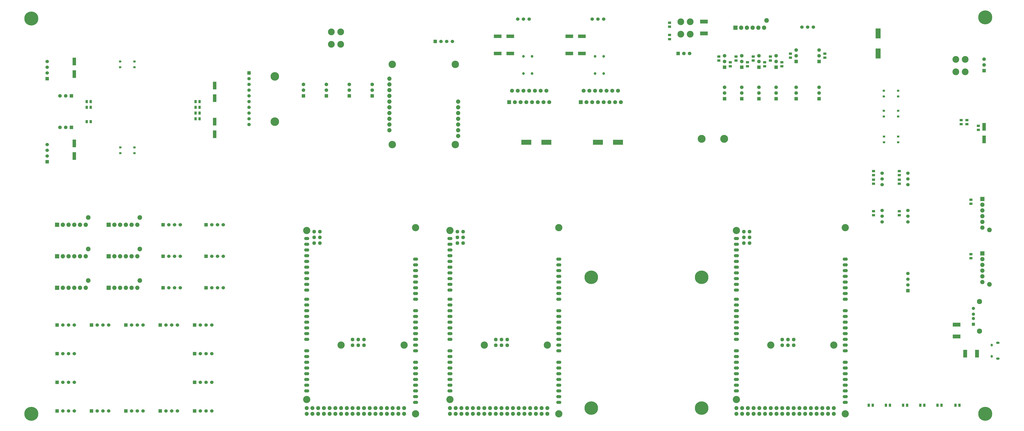
<source format=gbr>
%TF.GenerationSoftware,Altium Limited,Altium Designer,21.6.4 (81)*%
G04 Layer_Color=255*
%FSLAX26Y26*%
%MOIN*%
%TF.SameCoordinates,892991E7-994B-4F78-B437-02A20B6E2807*%
%TF.FilePolarity,Positive*%
%TF.FileFunction,Pads,Bot*%
%TF.Part,Single*%
G01*
G75*
%TA.AperFunction,SMDPad,CuDef*%
G04:AMPARAMS|DCode=22|XSize=55mil|YSize=43mil|CornerRadius=7.955mil|HoleSize=0mil|Usage=FLASHONLY|Rotation=90.000|XOffset=0mil|YOffset=0mil|HoleType=Round|Shape=RoundedRectangle|*
%AMROUNDEDRECTD22*
21,1,0.055000,0.027090,0,0,90.0*
21,1,0.039090,0.043000,0,0,90.0*
1,1,0.015910,0.013545,0.019545*
1,1,0.015910,0.013545,-0.019545*
1,1,0.015910,-0.013545,-0.019545*
1,1,0.015910,-0.013545,0.019545*
%
%ADD22ROUNDEDRECTD22*%
G04:AMPARAMS|DCode=27|XSize=55mil|YSize=43mil|CornerRadius=7.955mil|HoleSize=0mil|Usage=FLASHONLY|Rotation=180.000|XOffset=0mil|YOffset=0mil|HoleType=Round|Shape=RoundedRectangle|*
%AMROUNDEDRECTD27*
21,1,0.055000,0.027090,0,0,180.0*
21,1,0.039090,0.043000,0,0,180.0*
1,1,0.015910,-0.019545,0.013545*
1,1,0.015910,0.019545,0.013545*
1,1,0.015910,0.019545,-0.013545*
1,1,0.015910,-0.019545,-0.013545*
%
%ADD27ROUNDEDRECTD27*%
%ADD35R,0.043307X0.035433*%
%TA.AperFunction,ComponentPad*%
%ADD36C,0.060000*%
%ADD37R,0.060000X0.060000*%
%ADD38C,0.081102*%
%ADD39C,0.075000*%
%ADD40R,0.075000X0.075000*%
%ADD41C,0.236220*%
%ADD42C,0.047244*%
%ADD43C,0.090551*%
%ADD44C,0.056221*%
%ADD45R,0.056221X0.056221*%
%ADD46C,0.070000*%
%ADD47R,0.070000X0.070000*%
%ADD48C,0.244095*%
%ADD49C,0.118110*%
%ADD50R,0.062992X0.062992*%
%ADD51C,0.062992*%
%ADD52R,0.059055X0.059055*%
%ADD53C,0.059055*%
%ADD54C,0.074000*%
%ADD55C,0.130000*%
G04:AMPARAMS|DCode=56|XSize=37.402mil|YSize=61.024mil|CornerRadius=18.701mil|HoleSize=0mil|Usage=FLASHONLY|Rotation=270.000|XOffset=0mil|YOffset=0mil|HoleType=Round|Shape=RoundedRectangle|*
%AMROUNDEDRECTD56*
21,1,0.037402,0.023622,0,0,270.0*
21,1,0.000000,0.061024,0,0,270.0*
1,1,0.037402,-0.011811,0.000000*
1,1,0.037402,-0.011811,0.000000*
1,1,0.037402,0.011811,0.000000*
1,1,0.037402,0.011811,0.000000*
%
%ADD56ROUNDEDRECTD56*%
G04:AMPARAMS|DCode=57|XSize=49.213mil|YSize=37.402mil|CornerRadius=18.701mil|HoleSize=0mil|Usage=FLASHONLY|Rotation=270.000|XOffset=0mil|YOffset=0mil|HoleType=Round|Shape=RoundedRectangle|*
%AMROUNDEDRECTD57*
21,1,0.049213,0.000000,0,0,270.0*
21,1,0.011811,0.037402,0,0,270.0*
1,1,0.037402,0.000000,-0.005906*
1,1,0.037402,0.000000,0.005906*
1,1,0.037402,0.000000,0.005906*
1,1,0.037402,0.000000,-0.005906*
%
%ADD57ROUNDEDRECTD57*%
%ADD58O,0.089600X0.056000*%
%ADD59C,0.125980*%
G04:AMPARAMS|DCode=60|XSize=66mil|YSize=66mil|CornerRadius=0mil|HoleSize=0mil|Usage=FLASHONLY|Rotation=0.000|XOffset=0mil|YOffset=0mil|HoleType=Round|Shape=Octagon|*
%AMOCTAGOND60*
4,1,8,0.033000,-0.016500,0.033000,0.016500,0.016500,0.033000,-0.016500,0.033000,-0.033000,0.016500,-0.033000,-0.016500,-0.016500,-0.033000,0.016500,-0.033000,0.033000,-0.016500,0.0*
%
%ADD60OCTAGOND60*%

G04:AMPARAMS|DCode=61|XSize=61.02mil|YSize=61.02mil|CornerRadius=0mil|HoleSize=0mil|Usage=FLASHONLY|Rotation=90.000|XOffset=0mil|YOffset=0mil|HoleType=Round|Shape=Octagon|*
%AMOCTAGOND61*
4,1,8,0.015255,0.030510,-0.015255,0.030510,-0.030510,0.015255,-0.030510,-0.015255,-0.015255,-0.030510,0.015255,-0.030510,0.030510,-0.015255,0.030510,0.015255,0.015255,0.030510,0.0*
%
%ADD61OCTAGOND61*%

G04:AMPARAMS|DCode=62|XSize=61.02mil|YSize=61.02mil|CornerRadius=0mil|HoleSize=0mil|Usage=FLASHONLY|Rotation=0.000|XOffset=0mil|YOffset=0mil|HoleType=Round|Shape=Octagon|*
%AMOCTAGOND62*
4,1,8,0.030510,-0.015255,0.030510,0.015255,0.015255,0.030510,-0.015255,0.030510,-0.030510,0.015255,-0.030510,-0.015255,-0.015255,-0.030510,0.015255,-0.030510,0.030510,-0.015255,0.0*
%
%ADD62OCTAGOND62*%

%TA.AperFunction,SMDPad,CuDef*%
%ADD63R,0.062992X0.137795*%
%ADD64R,0.086614X0.173228*%
%TA.AperFunction,ComponentPad*%
%ADD65C,0.137795*%
%TA.AperFunction,SMDPad,CuDef*%
%ADD66R,0.137795X0.070079*%
%ADD67R,0.137795X0.062992*%
%ADD68R,0.173228X0.086614*%
%TA.AperFunction,ComponentPad*%
%ADD69R,0.062992X0.062992*%
%ADD70R,0.060000X0.060000*%
%TA.AperFunction,SMDPad,CuDef*%
%ADD71R,0.070079X0.137795*%
%TA.AperFunction,ComponentPad*%
%ADD72R,0.075000X0.075000*%
%TA.AperFunction,WasherPad*%
%ADD73C,0.150000*%
D22*
X3164500Y5650000D02*
D03*
X3235500D02*
D03*
Y5750000D02*
D03*
X3164500D02*
D03*
X1264500Y5400000D02*
D03*
X1335500D02*
D03*
X3164500Y5550000D02*
D03*
X3235500D02*
D03*
Y5450000D02*
D03*
X3164500D02*
D03*
X1335500Y5650000D02*
D03*
X1264500D02*
D03*
Y5750000D02*
D03*
X1335500D02*
D03*
X14914500Y450000D02*
D03*
X14985500D02*
D03*
X15214500Y450011D02*
D03*
X15285500D02*
D03*
X15514500Y450000D02*
D03*
X15585500D02*
D03*
X15814500D02*
D03*
X15885500D02*
D03*
X16114500Y450003D02*
D03*
X16185499D02*
D03*
X16428213Y450000D02*
D03*
X16499212D02*
D03*
D27*
X12800000Y6435500D02*
D03*
Y6364500D02*
D03*
X16830000Y5254500D02*
D03*
Y5325500D02*
D03*
X16530001Y5354500D02*
D03*
Y5425500D02*
D03*
X16629999D02*
D03*
Y5354500D02*
D03*
X16699995Y3014506D02*
D03*
Y3085506D02*
D03*
X16700001Y3964500D02*
D03*
Y4035500D02*
D03*
X15450000Y3764500D02*
D03*
Y3835500D02*
D03*
X15000000Y3764500D02*
D03*
Y3835500D02*
D03*
X11440000Y7125500D02*
D03*
Y7054500D02*
D03*
Y6911000D02*
D03*
Y6840000D02*
D03*
X15000000Y4314500D02*
D03*
Y4385500D02*
D03*
Y4464500D02*
D03*
Y4535500D02*
D03*
X15450000Y4314500D02*
D03*
Y4385500D02*
D03*
Y4464500D02*
D03*
Y4535500D02*
D03*
X13550394Y6585500D02*
D03*
Y6514500D02*
D03*
X14150000D02*
D03*
Y6585500D02*
D03*
X12300000Y6464500D02*
D03*
Y6535500D02*
D03*
X12900000Y6464500D02*
D03*
Y6535500D02*
D03*
X12500000Y6435500D02*
D03*
Y6364500D02*
D03*
X13100000Y6435500D02*
D03*
Y6364500D02*
D03*
X13200000Y6464500D02*
D03*
Y6535500D02*
D03*
X12600000Y6464500D02*
D03*
Y6535500D02*
D03*
X13400000Y6435500D02*
D03*
Y6364500D02*
D03*
D35*
X2098032Y6350000D02*
D03*
Y6450000D02*
D03*
X1850000Y6350000D02*
D03*
Y6450000D02*
D03*
X15430000Y5040000D02*
D03*
Y5140000D02*
D03*
X15181969Y5040000D02*
D03*
Y5140000D02*
D03*
X15428031Y5490000D02*
D03*
Y5590000D02*
D03*
X15180000Y5490000D02*
D03*
Y5590000D02*
D03*
X15428031Y5840000D02*
D03*
Y5940000D02*
D03*
X15180000Y5840000D02*
D03*
Y5940000D02*
D03*
X1851968Y4950000D02*
D03*
Y4850000D02*
D03*
X2100000Y4950000D02*
D03*
Y4850000D02*
D03*
D36*
X3650000Y2500000D02*
D03*
X3550000D02*
D03*
X3450000D02*
D03*
X13750000Y7050000D02*
D03*
X13850000D02*
D03*
X13950000D02*
D03*
X575000Y4800000D02*
D03*
Y4900000D02*
D03*
Y5000000D02*
D03*
Y6450000D02*
D03*
Y6350000D02*
D03*
Y6250000D02*
D03*
X3450000Y1850000D02*
D03*
X3350000D02*
D03*
X3250000D02*
D03*
X850000D02*
D03*
X950000D02*
D03*
X1050000D02*
D03*
X1450000D02*
D03*
X1550000D02*
D03*
X1650000D02*
D03*
X2050000D02*
D03*
X2150000D02*
D03*
X2250000D02*
D03*
X2650000D02*
D03*
X2750000D02*
D03*
X2850000D02*
D03*
X3250000Y1350000D02*
D03*
X3350000D02*
D03*
X3450000D02*
D03*
X1050000Y350000D02*
D03*
X950000D02*
D03*
X850000D02*
D03*
X1650000D02*
D03*
X1550000D02*
D03*
X1450000D02*
D03*
X2250000D02*
D03*
X2150000D02*
D03*
X2050000D02*
D03*
X2850000D02*
D03*
X2750000D02*
D03*
X2650000D02*
D03*
X850000Y1350000D02*
D03*
X950000D02*
D03*
X1050000D02*
D03*
X850000Y850000D02*
D03*
X950000D02*
D03*
X1050000D02*
D03*
X3250000Y350000D02*
D03*
X3350000D02*
D03*
X3450000D02*
D03*
X3250000Y850000D02*
D03*
X3350000D02*
D03*
X3450000D02*
D03*
X7450000Y6800000D02*
D03*
X7550000D02*
D03*
X7650000D02*
D03*
X2700000Y2500000D02*
D03*
X2800000D02*
D03*
X2900000D02*
D03*
X2700000Y3050000D02*
D03*
X2800000D02*
D03*
X2900000D02*
D03*
X2700000Y3600000D02*
D03*
X2800000D02*
D03*
X2900000D02*
D03*
X3650000D02*
D03*
X3550000D02*
D03*
X3450000D02*
D03*
X3650000Y3050000D02*
D03*
X3550000D02*
D03*
X3450000D02*
D03*
X10090000Y7190000D02*
D03*
X10190000D02*
D03*
X10290000D02*
D03*
X8790000D02*
D03*
X8890000D02*
D03*
X8990000D02*
D03*
X15600000Y2550000D02*
D03*
Y2650000D02*
D03*
Y2750000D02*
D03*
Y3850000D02*
D03*
Y3750000D02*
D03*
Y3650000D02*
D03*
X15150000D02*
D03*
Y3750000D02*
D03*
Y3850000D02*
D03*
Y4300000D02*
D03*
Y4400000D02*
D03*
Y4500000D02*
D03*
X15600000Y4300000D02*
D03*
Y4400000D02*
D03*
Y4500000D02*
D03*
D37*
X3350000Y2500000D02*
D03*
X3150000Y1850000D02*
D03*
X750000D02*
D03*
X1350000D02*
D03*
X1950000D02*
D03*
X2550000D02*
D03*
X3150000Y1350000D02*
D03*
X750000Y350000D02*
D03*
X1350000D02*
D03*
X1950000D02*
D03*
X2550000D02*
D03*
X750000Y1350000D02*
D03*
Y850000D02*
D03*
X3150000Y350000D02*
D03*
Y850000D02*
D03*
X7350000Y6800000D02*
D03*
X2600000Y2500000D02*
D03*
Y3050000D02*
D03*
Y3600000D02*
D03*
X3350000D02*
D03*
Y3050000D02*
D03*
D38*
X1292126Y3174016D02*
D03*
X17024015Y2557874D02*
D03*
Y3507874D02*
D03*
X1292126Y3724016D02*
D03*
Y2624016D02*
D03*
X2192126Y3724016D02*
D03*
Y2624016D02*
D03*
X13132126Y7164016D02*
D03*
X2192126Y3174016D02*
D03*
D39*
X1250000Y3050000D02*
D03*
X1150000D02*
D03*
X1050000D02*
D03*
X950000D02*
D03*
X850000D02*
D03*
X16900000Y3000000D02*
D03*
Y2900000D02*
D03*
Y2800000D02*
D03*
Y2700000D02*
D03*
Y2600000D02*
D03*
Y3550000D02*
D03*
Y3650000D02*
D03*
Y3750000D02*
D03*
Y3850000D02*
D03*
Y3950000D02*
D03*
X850000Y3600000D02*
D03*
X950000D02*
D03*
X1050000D02*
D03*
X1150000D02*
D03*
X1250000D02*
D03*
X850000Y2500000D02*
D03*
X950000D02*
D03*
X1050000D02*
D03*
X1150000D02*
D03*
X1250000D02*
D03*
X2150000Y3600000D02*
D03*
X2050000D02*
D03*
X1950000D02*
D03*
X1850000D02*
D03*
X1750000D02*
D03*
Y2500000D02*
D03*
X1850000D02*
D03*
X1950000D02*
D03*
X2050000D02*
D03*
X2150000D02*
D03*
X13090000Y7040000D02*
D03*
X12990000D02*
D03*
X12890000D02*
D03*
X12790000D02*
D03*
X12690000D02*
D03*
X1750000Y3050000D02*
D03*
X1850000D02*
D03*
X1950000D02*
D03*
X2050000D02*
D03*
X2150000D02*
D03*
D40*
X750000D02*
D03*
Y3600000D02*
D03*
Y2500000D02*
D03*
X1650000Y3600000D02*
D03*
Y2500000D02*
D03*
X12590000Y7040000D02*
D03*
X1650000Y3050000D02*
D03*
D41*
X12000000Y400000D02*
D03*
Y2683465D02*
D03*
X10070866Y400000D02*
D03*
Y2683465D02*
D03*
D42*
X10140000Y6240000D02*
D03*
Y6540000D02*
D03*
X10290000Y6240000D02*
D03*
Y6540000D02*
D03*
X9040000Y6240000D02*
D03*
Y6540000D02*
D03*
X8890000Y6240000D02*
D03*
Y6540000D02*
D03*
D43*
X16850393Y2258661D02*
D03*
Y1741339D02*
D03*
D44*
X16743702Y2137795D02*
D03*
Y2039370D02*
D03*
Y1960630D02*
D03*
D45*
Y1862205D02*
D03*
D46*
X10590000Y5740000D02*
D03*
X10540000Y5940000D02*
D03*
X10490000Y5740000D02*
D03*
X10440000Y5940000D02*
D03*
X10390000Y5740000D02*
D03*
X10340000Y5940000D02*
D03*
X10290000Y5740000D02*
D03*
X10240000Y5940000D02*
D03*
X10190000Y5740000D02*
D03*
X10140000Y5940000D02*
D03*
X10090000Y5740000D02*
D03*
X10040000Y5940000D02*
D03*
X9990000Y5740000D02*
D03*
X9940000Y5940000D02*
D03*
X9340000Y5740000D02*
D03*
X9290000Y5940000D02*
D03*
X9240000Y5740000D02*
D03*
X9190000Y5940000D02*
D03*
X9140000Y5740000D02*
D03*
X9090000Y5940000D02*
D03*
X9040000Y5740000D02*
D03*
X8990000Y5940000D02*
D03*
X8940000Y5740000D02*
D03*
X8890000Y5940000D02*
D03*
X8840000Y5740000D02*
D03*
X8790000Y5940000D02*
D03*
X8740000Y5740000D02*
D03*
X8690000Y5940000D02*
D03*
D47*
X9890000Y5740000D02*
D03*
X8640000D02*
D03*
D48*
X300000Y300000D02*
D03*
Y7200000D02*
D03*
X16950001Y7220000D02*
D03*
Y300000D02*
D03*
D49*
X5534646Y6966535D02*
D03*
X5700000D02*
D03*
Y6750000D02*
D03*
X5534646D02*
D03*
X11634646Y7141535D02*
D03*
X11800000D02*
D03*
Y6925000D02*
D03*
X11634646D02*
D03*
X16434647Y6486535D02*
D03*
X16600000D02*
D03*
Y6270000D02*
D03*
X16434647D02*
D03*
D50*
X12700000Y6350000D02*
D03*
Y5800000D02*
D03*
X16930000Y6290000D02*
D03*
X13650000Y6450000D02*
D03*
X14050000D02*
D03*
X13650000Y5800000D02*
D03*
X14050000D02*
D03*
X5450000Y5850000D02*
D03*
X5850000D02*
D03*
X6250000D02*
D03*
X5050000D02*
D03*
X12400000Y6350000D02*
D03*
X13000000D02*
D03*
X13300000D02*
D03*
X12400000Y5800000D02*
D03*
X13000000D02*
D03*
X13300000D02*
D03*
D51*
X12700000Y6450000D02*
D03*
Y6550000D02*
D03*
Y6000000D02*
D03*
Y5900000D02*
D03*
X16930000Y6390000D02*
D03*
Y6490000D02*
D03*
X800000Y5300000D02*
D03*
X900000D02*
D03*
Y5850000D02*
D03*
X800000D02*
D03*
X11790000Y6590000D02*
D03*
X11690000D02*
D03*
X13650000Y6650000D02*
D03*
Y6550000D02*
D03*
X14050000Y6650000D02*
D03*
Y6550000D02*
D03*
X13650000Y5900000D02*
D03*
Y6000000D02*
D03*
X14050000Y5900000D02*
D03*
Y6000000D02*
D03*
X5450000Y5950000D02*
D03*
Y6050000D02*
D03*
X5850000Y5950000D02*
D03*
Y6050000D02*
D03*
X6250000Y5950000D02*
D03*
Y6050000D02*
D03*
X5050000Y5950000D02*
D03*
Y6050000D02*
D03*
X12400000Y6450000D02*
D03*
Y6550000D02*
D03*
X13000000Y6450000D02*
D03*
Y6550000D02*
D03*
X13300000Y6450000D02*
D03*
Y6550000D02*
D03*
X12400000Y5900000D02*
D03*
Y6000000D02*
D03*
X13000000D02*
D03*
Y5900000D02*
D03*
X13300000Y6000000D02*
D03*
Y5900000D02*
D03*
D52*
X4100000Y6250000D02*
D03*
D53*
Y6150000D02*
D03*
Y5950000D02*
D03*
Y5850000D02*
D03*
Y5750000D02*
D03*
Y5650000D02*
D03*
Y5550000D02*
D03*
Y5450000D02*
D03*
Y5350000D02*
D03*
Y6050000D02*
D03*
D54*
X6550000Y6150000D02*
D03*
Y6050000D02*
D03*
Y5950000D02*
D03*
Y5850000D02*
D03*
Y5750000D02*
D03*
Y5650000D02*
D03*
Y5550000D02*
D03*
Y5450000D02*
D03*
Y5350000D02*
D03*
Y5250000D02*
D03*
X7750000Y5150000D02*
D03*
Y5250000D02*
D03*
Y5350000D02*
D03*
Y5450000D02*
D03*
Y5550000D02*
D03*
Y5650000D02*
D03*
Y5750000D02*
D03*
D55*
X7700000Y6400000D02*
D03*
Y5000000D02*
D03*
X6600000Y6400000D02*
D03*
Y5000000D02*
D03*
D56*
X17170000Y1262205D02*
D03*
Y1537795D02*
D03*
D57*
X17063702Y1301575D02*
D03*
Y1498425D02*
D03*
D58*
X5106299Y1200000D02*
D03*
Y1300000D02*
D03*
Y1400000D02*
D03*
Y1600000D02*
D03*
Y1100000D02*
D03*
Y3260000D02*
D03*
Y3360000D02*
D03*
Y3160000D02*
D03*
Y3060000D02*
D03*
Y700000D02*
D03*
Y800000D02*
D03*
Y900000D02*
D03*
Y1000000D02*
D03*
Y2300000D02*
D03*
Y2960000D02*
D03*
Y2660000D02*
D03*
Y2460000D02*
D03*
Y2560000D02*
D03*
Y2860000D02*
D03*
Y2760000D02*
D03*
Y2000000D02*
D03*
Y1700000D02*
D03*
Y1800000D02*
D03*
Y1900000D02*
D03*
Y2100000D02*
D03*
Y2200000D02*
D03*
X7006299Y3000000D02*
D03*
Y2900000D02*
D03*
Y2800000D02*
D03*
Y2700000D02*
D03*
Y2600000D02*
D03*
Y2500000D02*
D03*
Y2400000D02*
D03*
Y2300000D02*
D03*
Y1200000D02*
D03*
Y1400000D02*
D03*
Y2100000D02*
D03*
Y1900000D02*
D03*
Y1600000D02*
D03*
Y1800000D02*
D03*
Y1700000D02*
D03*
Y1500000D02*
D03*
Y2000000D02*
D03*
Y1100000D02*
D03*
Y1000000D02*
D03*
Y900000D02*
D03*
Y800000D02*
D03*
Y700000D02*
D03*
Y600000D02*
D03*
Y500000D02*
D03*
X7606299Y1200000D02*
D03*
Y1300000D02*
D03*
Y1400000D02*
D03*
Y1600000D02*
D03*
Y1100000D02*
D03*
Y3260000D02*
D03*
Y3360000D02*
D03*
Y3160000D02*
D03*
Y3060000D02*
D03*
Y700000D02*
D03*
Y800000D02*
D03*
Y900000D02*
D03*
Y1000000D02*
D03*
Y2300000D02*
D03*
Y2960000D02*
D03*
Y2660000D02*
D03*
Y2460000D02*
D03*
Y2560000D02*
D03*
Y2860000D02*
D03*
Y2760000D02*
D03*
Y2000000D02*
D03*
Y1700000D02*
D03*
Y1800000D02*
D03*
Y1900000D02*
D03*
Y2100000D02*
D03*
Y2200000D02*
D03*
X9506299Y3000000D02*
D03*
Y2900000D02*
D03*
Y2800000D02*
D03*
Y2700000D02*
D03*
Y2600000D02*
D03*
Y2500000D02*
D03*
Y2400000D02*
D03*
Y2300000D02*
D03*
Y1200000D02*
D03*
Y1400000D02*
D03*
Y2100000D02*
D03*
Y1900000D02*
D03*
Y1600000D02*
D03*
Y1800000D02*
D03*
Y1700000D02*
D03*
Y1500000D02*
D03*
Y2000000D02*
D03*
Y1100000D02*
D03*
Y1000000D02*
D03*
Y900000D02*
D03*
Y800000D02*
D03*
Y700000D02*
D03*
Y600000D02*
D03*
Y500000D02*
D03*
X12606299Y1200000D02*
D03*
Y1300000D02*
D03*
Y1400000D02*
D03*
Y1600000D02*
D03*
Y1100000D02*
D03*
Y3260000D02*
D03*
Y3360000D02*
D03*
Y3160000D02*
D03*
Y3060000D02*
D03*
Y700000D02*
D03*
Y800000D02*
D03*
Y900000D02*
D03*
Y1000000D02*
D03*
Y2300000D02*
D03*
Y2960000D02*
D03*
Y2660000D02*
D03*
Y2460000D02*
D03*
Y2560000D02*
D03*
Y2860000D02*
D03*
Y2760000D02*
D03*
Y2000000D02*
D03*
Y1700000D02*
D03*
Y1800000D02*
D03*
Y1900000D02*
D03*
Y2100000D02*
D03*
Y2200000D02*
D03*
X14506299Y3000000D02*
D03*
Y2900000D02*
D03*
Y2800000D02*
D03*
Y2700000D02*
D03*
Y2600000D02*
D03*
Y2500000D02*
D03*
Y2400000D02*
D03*
Y2300000D02*
D03*
Y1200000D02*
D03*
Y1400000D02*
D03*
Y2100000D02*
D03*
Y1900000D02*
D03*
Y1600000D02*
D03*
Y1800000D02*
D03*
Y1700000D02*
D03*
Y1500000D02*
D03*
Y2000000D02*
D03*
Y1100000D02*
D03*
Y1000000D02*
D03*
Y900000D02*
D03*
Y800000D02*
D03*
Y700000D02*
D03*
Y600000D02*
D03*
Y500000D02*
D03*
D59*
X5706299Y1500000D02*
D03*
X5106299Y550000D02*
D03*
Y3500000D02*
D03*
X7006299Y3550000D02*
D03*
Y300000D02*
D03*
X6806299Y1500000D02*
D03*
X8206299D02*
D03*
X7606299Y550000D02*
D03*
Y3500000D02*
D03*
X9506299Y3550000D02*
D03*
Y300000D02*
D03*
X9306299Y1500000D02*
D03*
X13206299D02*
D03*
X12606299Y550000D02*
D03*
Y3500000D02*
D03*
X14506299Y3550000D02*
D03*
Y300000D02*
D03*
X14306299Y1500000D02*
D03*
D60*
X5106299Y300000D02*
D03*
Y400000D02*
D03*
X5606299Y300000D02*
D03*
X5706299Y400000D02*
D03*
X5806299D02*
D03*
Y300000D02*
D03*
X5206299Y400000D02*
D03*
Y300000D02*
D03*
X5306299Y400000D02*
D03*
Y300000D02*
D03*
X5406299Y400000D02*
D03*
Y300000D02*
D03*
X5506299Y400000D02*
D03*
Y300000D02*
D03*
X5606299Y400000D02*
D03*
X5706299Y300000D02*
D03*
X6306299Y400000D02*
D03*
X6406299D02*
D03*
Y300000D02*
D03*
X6506299Y400000D02*
D03*
Y300000D02*
D03*
X6606299Y400000D02*
D03*
Y300000D02*
D03*
X6706299Y400000D02*
D03*
Y300000D02*
D03*
X6806299Y400000D02*
D03*
Y300000D02*
D03*
X6306299D02*
D03*
X5906299Y400000D02*
D03*
Y300000D02*
D03*
X6006299Y400000D02*
D03*
Y300000D02*
D03*
X6106299Y400000D02*
D03*
Y300000D02*
D03*
X6206299Y400000D02*
D03*
Y300000D02*
D03*
X7606299D02*
D03*
Y400000D02*
D03*
X8106299Y300000D02*
D03*
X8206299Y400000D02*
D03*
X8306299D02*
D03*
Y300000D02*
D03*
X7706299Y400000D02*
D03*
Y300000D02*
D03*
X7806299Y400000D02*
D03*
Y300000D02*
D03*
X7906299Y400000D02*
D03*
Y300000D02*
D03*
X8006299Y400000D02*
D03*
Y300000D02*
D03*
X8106299Y400000D02*
D03*
X8206299Y300000D02*
D03*
X8806299Y400000D02*
D03*
X8906299D02*
D03*
Y300000D02*
D03*
X9006299Y400000D02*
D03*
Y300000D02*
D03*
X9106299Y400000D02*
D03*
Y300000D02*
D03*
X9206299Y400000D02*
D03*
Y300000D02*
D03*
X9306299Y400000D02*
D03*
Y300000D02*
D03*
X8806299D02*
D03*
X8406299Y400000D02*
D03*
Y300000D02*
D03*
X8506299Y400000D02*
D03*
Y300000D02*
D03*
X8606299Y400000D02*
D03*
Y300000D02*
D03*
X8706299Y400000D02*
D03*
Y300000D02*
D03*
X12606299D02*
D03*
Y400000D02*
D03*
X13106299Y300000D02*
D03*
X13206299Y400000D02*
D03*
X13306299D02*
D03*
Y300000D02*
D03*
X12706299Y400000D02*
D03*
Y300000D02*
D03*
X12806299Y400000D02*
D03*
Y300000D02*
D03*
X12906299Y400000D02*
D03*
Y300000D02*
D03*
X13006299Y400000D02*
D03*
Y300000D02*
D03*
X13106299Y400000D02*
D03*
X13206299Y300000D02*
D03*
X13806299Y400000D02*
D03*
X13906299D02*
D03*
Y300000D02*
D03*
X14006299Y400000D02*
D03*
Y300000D02*
D03*
X14106299Y400000D02*
D03*
Y300000D02*
D03*
X14206299Y400000D02*
D03*
Y300000D02*
D03*
X14306299Y400000D02*
D03*
Y300000D02*
D03*
X13806299D02*
D03*
X13406299Y400000D02*
D03*
Y300000D02*
D03*
X13506299Y400000D02*
D03*
Y300000D02*
D03*
X13606299Y400000D02*
D03*
Y300000D02*
D03*
X13706299Y400000D02*
D03*
Y300000D02*
D03*
D61*
X5336299Y3280000D02*
D03*
X5236299Y3380000D02*
D03*
X5336299D02*
D03*
X5236299Y3480000D02*
D03*
X5336299D02*
D03*
X5236299Y3280000D02*
D03*
X7836299D02*
D03*
X7736299Y3380000D02*
D03*
X7836299D02*
D03*
X7736299Y3480000D02*
D03*
X7836299D02*
D03*
X7736299Y3280000D02*
D03*
X12836299D02*
D03*
X12736299Y3380000D02*
D03*
X12836299D02*
D03*
X12736299Y3480000D02*
D03*
X12836299D02*
D03*
X12736299Y3280000D02*
D03*
D62*
X5906299Y1595000D02*
D03*
Y1495000D02*
D03*
X6006299Y1595000D02*
D03*
Y1495000D02*
D03*
X6106299D02*
D03*
Y1595000D02*
D03*
X8406299D02*
D03*
Y1495000D02*
D03*
X8506299Y1595000D02*
D03*
Y1495000D02*
D03*
X8606299D02*
D03*
Y1595000D02*
D03*
X13406299D02*
D03*
Y1495000D02*
D03*
X13506299Y1595000D02*
D03*
Y1495000D02*
D03*
X13606299D02*
D03*
Y1595000D02*
D03*
D63*
X3500000Y5179528D02*
D03*
Y5400000D02*
D03*
X16930000Y5090000D02*
D03*
Y5310472D02*
D03*
X3500000Y6030000D02*
D03*
Y5809528D02*
D03*
X1050000Y6450000D02*
D03*
Y6229528D02*
D03*
Y5020472D02*
D03*
Y4800000D02*
D03*
D64*
X15080000Y6590000D02*
D03*
Y6940394D02*
D03*
D65*
X12000000Y5100000D02*
D03*
X12393701D02*
D03*
D66*
X16450001Y1855906D02*
D03*
Y1650000D02*
D03*
X12040000Y6940000D02*
D03*
Y7145905D02*
D03*
D67*
X9690000Y6590000D02*
D03*
X9910472D02*
D03*
X8440000Y6890000D02*
D03*
X8660472D02*
D03*
X8440000Y6590000D02*
D03*
X8660472D02*
D03*
X9690000Y6890000D02*
D03*
X9910472D02*
D03*
D68*
X8940000Y5040000D02*
D03*
X9290394D02*
D03*
X10190000D02*
D03*
X10540394D02*
D03*
D69*
X1000000Y5300000D02*
D03*
Y5850000D02*
D03*
X11590000Y6590000D02*
D03*
D70*
X575000Y4700000D02*
D03*
Y6150000D02*
D03*
X15600000Y2450000D02*
D03*
D71*
X16600000Y1350000D02*
D03*
X16805906D02*
D03*
D72*
X16900000Y3100000D02*
D03*
Y4050000D02*
D03*
D73*
X4550000Y5400000D02*
D03*
Y6190000D02*
D03*
%TF.MD5,afccc4e3f2fa52e0708e99f6b30487e0*%
M02*

</source>
